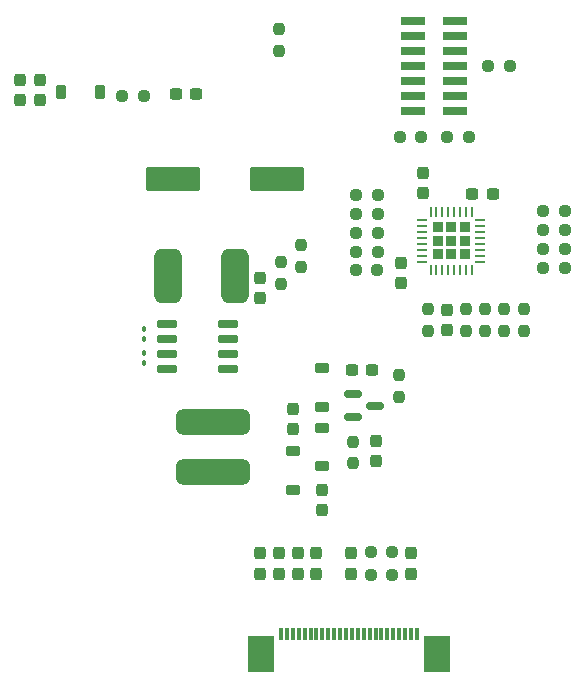
<source format=gbr>
%TF.GenerationSoftware,KiCad,Pcbnew,8.0.2*%
%TF.CreationDate,2024-11-12T22:12:37-05:00*%
%TF.ProjectId,Ecardz-Proto,45636172-647a-42d5-9072-6f746f2e6b69,rev?*%
%TF.SameCoordinates,Original*%
%TF.FileFunction,Paste,Top*%
%TF.FilePolarity,Positive*%
%FSLAX46Y46*%
G04 Gerber Fmt 4.6, Leading zero omitted, Abs format (unit mm)*
G04 Created by KiCad (PCBNEW 8.0.2) date 2024-11-12 22:12:37*
%MOMM*%
%LPD*%
G01*
G04 APERTURE LIST*
G04 Aperture macros list*
%AMRoundRect*
0 Rectangle with rounded corners*
0 $1 Rounding radius*
0 $2 $3 $4 $5 $6 $7 $8 $9 X,Y pos of 4 corners*
0 Add a 4 corners polygon primitive as box body*
4,1,4,$2,$3,$4,$5,$6,$7,$8,$9,$2,$3,0*
0 Add four circle primitives for the rounded corners*
1,1,$1+$1,$2,$3*
1,1,$1+$1,$4,$5*
1,1,$1+$1,$6,$7*
1,1,$1+$1,$8,$9*
0 Add four rect primitives between the rounded corners*
20,1,$1+$1,$2,$3,$4,$5,0*
20,1,$1+$1,$4,$5,$6,$7,0*
20,1,$1+$1,$6,$7,$8,$9,0*
20,1,$1+$1,$8,$9,$2,$3,0*%
G04 Aperture macros list end*
%ADD10R,0.300000X1.100000*%
%ADD11R,2.300000X3.100000*%
%ADD12RoundRect,0.237500X0.250000X0.237500X-0.250000X0.237500X-0.250000X-0.237500X0.250000X-0.237500X0*%
%ADD13RoundRect,0.237500X0.237500X-0.300000X0.237500X0.300000X-0.237500X0.300000X-0.237500X-0.300000X0*%
%ADD14RoundRect,0.237500X-0.300000X-0.237500X0.300000X-0.237500X0.300000X0.237500X-0.300000X0.237500X0*%
%ADD15RoundRect,0.237500X-0.237500X0.300000X-0.237500X-0.300000X0.237500X-0.300000X0.237500X0.300000X0*%
%ADD16RoundRect,0.237500X-0.250000X-0.237500X0.250000X-0.237500X0.250000X0.237500X-0.250000X0.237500X0*%
%ADD17RoundRect,0.090000X0.090000X-0.139000X0.090000X0.139000X-0.090000X0.139000X-0.090000X-0.139000X0*%
%ADD18RoundRect,0.225000X-0.375000X0.225000X-0.375000X-0.225000X0.375000X-0.225000X0.375000X0.225000X0*%
%ADD19RoundRect,0.237500X-0.237500X0.250000X-0.237500X-0.250000X0.237500X-0.250000X0.237500X0.250000X0*%
%ADD20RoundRect,0.537500X-2.612500X0.537500X-2.612500X-0.537500X2.612500X-0.537500X2.612500X0.537500X0*%
%ADD21RoundRect,0.237500X0.300000X0.237500X-0.300000X0.237500X-0.300000X-0.237500X0.300000X-0.237500X0*%
%ADD22RoundRect,0.225000X0.225000X0.375000X-0.225000X0.375000X-0.225000X-0.375000X0.225000X-0.375000X0*%
%ADD23RoundRect,0.237500X0.237500X-0.250000X0.237500X0.250000X-0.237500X0.250000X-0.237500X-0.250000X0*%
%ADD24RoundRect,0.232500X0.232500X-0.232500X0.232500X0.232500X-0.232500X0.232500X-0.232500X-0.232500X0*%
%ADD25RoundRect,0.062500X0.062500X-0.375000X0.062500X0.375000X-0.062500X0.375000X-0.062500X-0.375000X0*%
%ADD26RoundRect,0.062500X0.375000X-0.062500X0.375000X0.062500X-0.375000X0.062500X-0.375000X-0.062500X0*%
%ADD27RoundRect,0.250001X-2.049999X-0.799999X2.049999X-0.799999X2.049999X0.799999X-2.049999X0.799999X0*%
%ADD28RoundRect,0.150000X-0.725000X-0.150000X0.725000X-0.150000X0.725000X0.150000X-0.725000X0.150000X0*%
%ADD29R,2.100000X0.750000*%
%ADD30RoundRect,0.150000X-0.587500X-0.150000X0.587500X-0.150000X0.587500X0.150000X-0.587500X0.150000X0*%
%ADD31RoundRect,0.575000X-0.575000X-1.725000X0.575000X-1.725000X0.575000X1.725000X-0.575000X1.725000X0*%
%ADD32RoundRect,0.090000X-0.090000X0.139000X-0.090000X-0.139000X0.090000X-0.139000X0.090000X0.139000X0*%
%ADD33RoundRect,0.225000X0.375000X-0.225000X0.375000X0.225000X-0.375000X0.225000X-0.375000X-0.225000X0*%
G04 APERTURE END LIST*
D10*
%TO.C,J2*%
X114740000Y-115300000D03*
X115240000Y-115300000D03*
X115740000Y-115300000D03*
X116240000Y-115300000D03*
X116740000Y-115300000D03*
X117240000Y-115300000D03*
X117740000Y-115300000D03*
X118240000Y-115300000D03*
X118740000Y-115300000D03*
X119240000Y-115300000D03*
X119740000Y-115300000D03*
X120240000Y-115300000D03*
X120740000Y-115300000D03*
X121240000Y-115300000D03*
X121740000Y-115300000D03*
X122240000Y-115300000D03*
X122740000Y-115300000D03*
X123240000Y-115300000D03*
X123740000Y-115300000D03*
X124240000Y-115300000D03*
X124740000Y-115300000D03*
X125240000Y-115300000D03*
X125740000Y-115300000D03*
X126240000Y-115300000D03*
D11*
X113070000Y-117000000D03*
X127910000Y-117000000D03*
%TD*%
D12*
%TO.C,R17*%
X126612500Y-73200000D03*
X124787500Y-73200000D03*
%TD*%
D13*
%TO.C,C2*%
X114540000Y-110162500D03*
X114540000Y-108437500D03*
%TD*%
D12*
%TO.C,R8*%
X138772500Y-82700000D03*
X136947500Y-82700000D03*
%TD*%
D14*
%TO.C,C11*%
X120740000Y-92950000D03*
X122465000Y-92950000D03*
%TD*%
D15*
%TO.C,C17*%
X124900000Y-83837500D03*
X124900000Y-85562500D03*
%TD*%
%TO.C,C4*%
X126800000Y-76237500D03*
X126800000Y-77962500D03*
%TD*%
D16*
%TO.C,R13*%
X132287500Y-67200000D03*
X134112500Y-67200000D03*
%TD*%
D15*
%TO.C,C10*%
X94300000Y-68337500D03*
X94300000Y-70062500D03*
%TD*%
D17*
%TO.C,C20*%
X103100000Y-90337500D03*
X103100000Y-89472500D03*
%TD*%
D13*
%TO.C,C15*%
X113000000Y-86862500D03*
X113000000Y-85137500D03*
%TD*%
%TO.C,C7*%
X117740000Y-110162500D03*
X117740000Y-108437500D03*
%TD*%
D18*
%TO.C,D1*%
X118240000Y-92800000D03*
X118240000Y-96100000D03*
%TD*%
D16*
%TO.C,R5*%
X121087500Y-79700000D03*
X122912500Y-79700000D03*
%TD*%
D13*
%TO.C,C9*%
X125740000Y-110162500D03*
X125740000Y-108437500D03*
%TD*%
D19*
%TO.C,R9*%
X114600000Y-64087500D03*
X114600000Y-65912500D03*
%TD*%
D20*
%TO.C,L1*%
X109000000Y-97375000D03*
X109000000Y-101525000D03*
%TD*%
D16*
%TO.C,R3*%
X122327500Y-108300000D03*
X124152500Y-108300000D03*
%TD*%
D21*
%TO.C,C19*%
X132662500Y-78000000D03*
X130937500Y-78000000D03*
%TD*%
D22*
%TO.C,D4*%
X99450000Y-69400000D03*
X96150000Y-69400000D03*
%TD*%
D16*
%TO.C,R6*%
X121087500Y-82900000D03*
X122912500Y-82900000D03*
%TD*%
D13*
%TO.C,C6*%
X116140000Y-110162500D03*
X116140000Y-108437500D03*
%TD*%
D23*
%TO.C,R4*%
X124740000Y-95212500D03*
X124740000Y-93387500D03*
%TD*%
D13*
%TO.C,C1*%
X112940000Y-110162500D03*
X112940000Y-108437500D03*
%TD*%
D16*
%TO.C,R15*%
X121087500Y-78100000D03*
X122912500Y-78100000D03*
%TD*%
%TO.C,R16*%
X128787500Y-73200000D03*
X130612500Y-73200000D03*
%TD*%
D24*
%TO.C,U1*%
X128000000Y-83150000D03*
X129150000Y-83150000D03*
X130300000Y-83150000D03*
X128000000Y-82000000D03*
X129150000Y-82000000D03*
X130300000Y-82000000D03*
X128000000Y-80850000D03*
X129150000Y-80850000D03*
X130300000Y-80850000D03*
D25*
X127400000Y-84437500D03*
X127900000Y-84437500D03*
X128400000Y-84437500D03*
X128900000Y-84437500D03*
X129400000Y-84437500D03*
X129900000Y-84437500D03*
X130400000Y-84437500D03*
X130900000Y-84437500D03*
D26*
X131587500Y-83750000D03*
X131587500Y-83250000D03*
X131587500Y-82750000D03*
X131587500Y-82250000D03*
X131587500Y-81750000D03*
X131587500Y-81250000D03*
X131587500Y-80750000D03*
X131587500Y-80250000D03*
D25*
X130900000Y-79562500D03*
X130400000Y-79562500D03*
X129900000Y-79562500D03*
X129400000Y-79562500D03*
X128900000Y-79562500D03*
X128400000Y-79562500D03*
X127900000Y-79562500D03*
X127400000Y-79562500D03*
D26*
X126712500Y-80250000D03*
X126712500Y-80750000D03*
X126712500Y-81250000D03*
X126712500Y-81750000D03*
X126712500Y-82250000D03*
X126712500Y-82750000D03*
X126712500Y-83250000D03*
X126712500Y-83750000D03*
%TD*%
D27*
%TO.C,C22*%
X105600000Y-76800000D03*
X114400000Y-76800000D03*
%TD*%
D13*
%TO.C,C5*%
X120640000Y-110162500D03*
X120640000Y-108437500D03*
%TD*%
D16*
%TO.C,R10*%
X136947500Y-84300000D03*
X138772500Y-84300000D03*
%TD*%
D12*
%TO.C,R25*%
X103112500Y-69700000D03*
X101287500Y-69700000D03*
%TD*%
D16*
%TO.C,R2*%
X122327500Y-110300000D03*
X124152500Y-110300000D03*
%TD*%
D15*
%TO.C,C12*%
X92600000Y-68337500D03*
X92600000Y-70062500D03*
%TD*%
D14*
%TO.C,C8*%
X105837500Y-69600000D03*
X107562500Y-69600000D03*
%TD*%
D16*
%TO.C,R12*%
X121075000Y-84500000D03*
X122900000Y-84500000D03*
%TD*%
D23*
%TO.C,R18*%
X127200000Y-89612500D03*
X127200000Y-87787500D03*
%TD*%
D15*
%TO.C,C16*%
X118240000Y-103087500D03*
X118240000Y-104812500D03*
%TD*%
D28*
%TO.C,IC1*%
X105100000Y-89000000D03*
X105100000Y-90270000D03*
X105100000Y-91540000D03*
X105100000Y-92810000D03*
X110250000Y-92810000D03*
X110250000Y-91540000D03*
X110250000Y-90270000D03*
X110250000Y-89000000D03*
%TD*%
D23*
%TO.C,R19*%
X130400000Y-89612500D03*
X130400000Y-87787500D03*
%TD*%
D29*
%TO.C,J4*%
X125900000Y-71010000D03*
X129500000Y-71010000D03*
X125900000Y-69740000D03*
X129500000Y-69740000D03*
X125900000Y-68470000D03*
X129500000Y-68470000D03*
X125900000Y-67200000D03*
X129500000Y-67200000D03*
X125900000Y-65930000D03*
X129500000Y-65930000D03*
X125900000Y-64660000D03*
X129500000Y-64660000D03*
X125900000Y-63390000D03*
X129500000Y-63390000D03*
%TD*%
D19*
%TO.C,R24*%
X132000000Y-87787500D03*
X132000000Y-89612500D03*
%TD*%
D30*
%TO.C,Q1*%
X120802500Y-95000000D03*
X120802500Y-96900000D03*
X122677500Y-95950000D03*
%TD*%
D19*
%TO.C,R1*%
X120800000Y-98987500D03*
X120800000Y-100812500D03*
%TD*%
D13*
%TO.C,C18*%
X128800000Y-89562500D03*
X128800000Y-87837500D03*
%TD*%
D23*
%TO.C,R22*%
X114700000Y-85612500D03*
X114700000Y-83787500D03*
%TD*%
D31*
%TO.C,C14*%
X105150000Y-85000000D03*
X110850000Y-85000000D03*
%TD*%
D15*
%TO.C,C3*%
X122740000Y-98937500D03*
X122740000Y-100662500D03*
%TD*%
D32*
%TO.C,C21*%
X103100000Y-91472500D03*
X103100000Y-92337500D03*
%TD*%
D15*
%TO.C,C13*%
X115740000Y-96225000D03*
X115740000Y-97950000D03*
%TD*%
D33*
%TO.C,D2*%
X115740000Y-103100000D03*
X115740000Y-99800000D03*
%TD*%
D18*
%TO.C,D3*%
X118240000Y-97800000D03*
X118240000Y-101100000D03*
%TD*%
D23*
%TO.C,R20*%
X133600000Y-89612500D03*
X133600000Y-87787500D03*
%TD*%
D19*
%TO.C,R21*%
X135300000Y-87787500D03*
X135300000Y-89612500D03*
%TD*%
D16*
%TO.C,R11*%
X136947500Y-81100000D03*
X138772500Y-81100000D03*
%TD*%
%TO.C,R14*%
X121087500Y-81300000D03*
X122912500Y-81300000D03*
%TD*%
D23*
%TO.C,R23*%
X116400000Y-84212500D03*
X116400000Y-82387500D03*
%TD*%
D12*
%TO.C,R7*%
X138772500Y-79500000D03*
X136947500Y-79500000D03*
%TD*%
M02*

</source>
